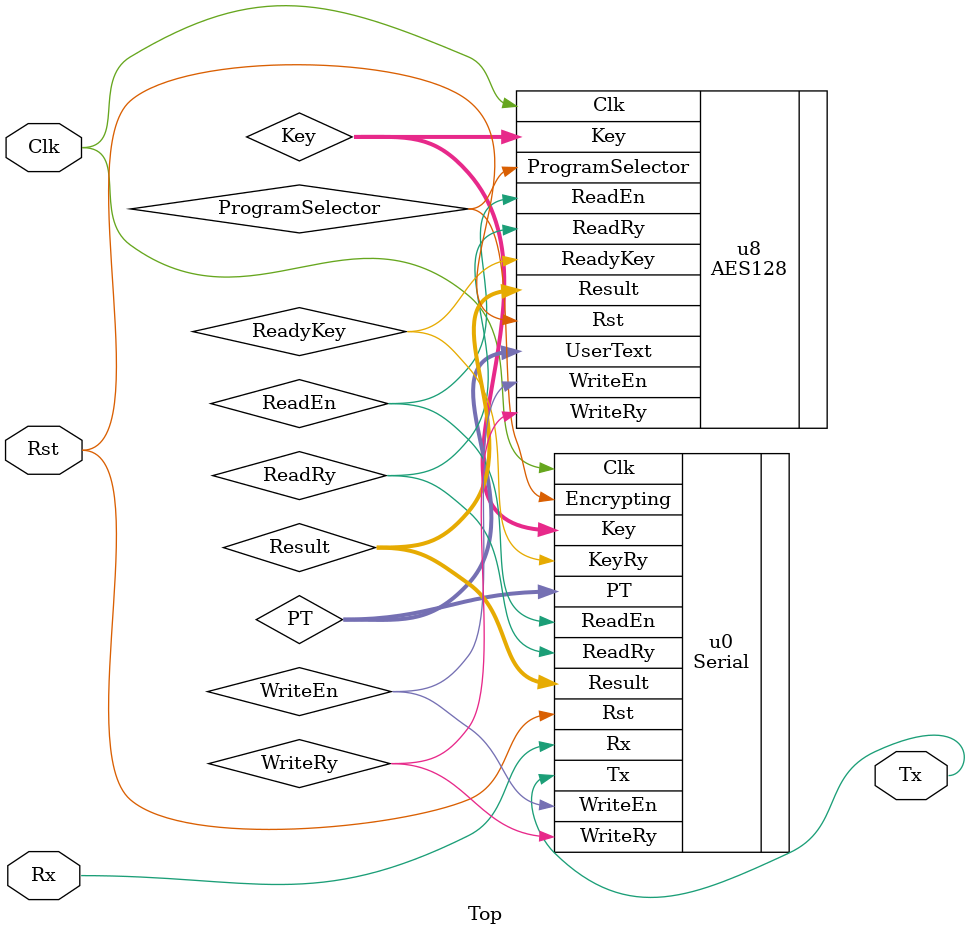
<source format=v>
`timescale 1ns / 1ps
module Top (Clk, Rst, Rx, Tx) ;
  input      Clk;
  input      Rst;
  input      Rx;
  output     Tx;


  wire ProgramSelector;
  wire [127:0]PT;
  wire [127:0]Key;
  wire ReadyKey;
  wire [127:0]Result;
  wire ReadRy;
  wire WriteRy;
  wire ReadEn;
  wire WriteEn;

//  reg [127:0] MUserText;
//  reg [127:0] MKey;
//  reg MReadyKey;
//  reg MReadRy;
//  reg MProgramSelector;
//
//  initial
//  begin
//    MReadyKey = 1;
//    MUserText = 128'h328831e0435a3137f6309807a88da234;
//    MKey = 128'h2b28ab097eaef7cf15d2154f16a6883c;
//    MProgramSelector = 0;
//  end


  Serial
    u0(
      .Rx(Rx),
      .Tx(Tx),
      .PT(PT),
      .Clk(Clk),
      .Rst(Rst),
      .Result(Result),
      .ReadEn(ReadEn),
      .WriteRy(WriteRy),
      .WriteEn(WriteEn),
      .ReadRy(ReadRy),
      .Key(Key),
      .KeyRy(ReadyKey),
      .Encrypting(ProgramSelector));

 // 100Mhz / 9600
  AES128
    u8(
      .ProgramSelector(ProgramSelector),
      .UserText(PT),
      .Key(Key),
      .ReadyKey(ReadyKey),
      .ReadRy(ReadRy),
      .WriteRy(WriteRy),
      .Clk(Clk),
      .Rst(Rst),
      .ReadEn(ReadEn),
      .WriteEn(WriteEn),
      .Result(Result));

endmodule // Top


</source>
